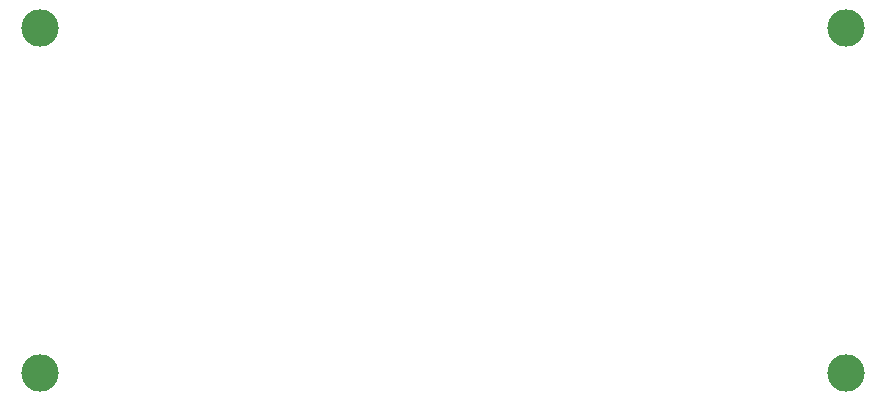
<source format=gbr>
%TF.GenerationSoftware,Novarm,DipTrace,3.3.0.1*%
%TF.CreationDate,2018-11-14T10:18:37-08:00*%
%FSLAX26Y26*%
%MOIN*%
%TF.FileFunction,NonPlated,1,2,NPTH,Drill*%
%TF.Part,Single*%
%TA.AperFunction,MechanicalDrill*%
%ADD44C,0.125*%
G75*
G01*
D44*
X3206200Y518700D3*
X518700Y1668700D3*
X3206200D3*
X518700Y518700D3*
M02*

</source>
